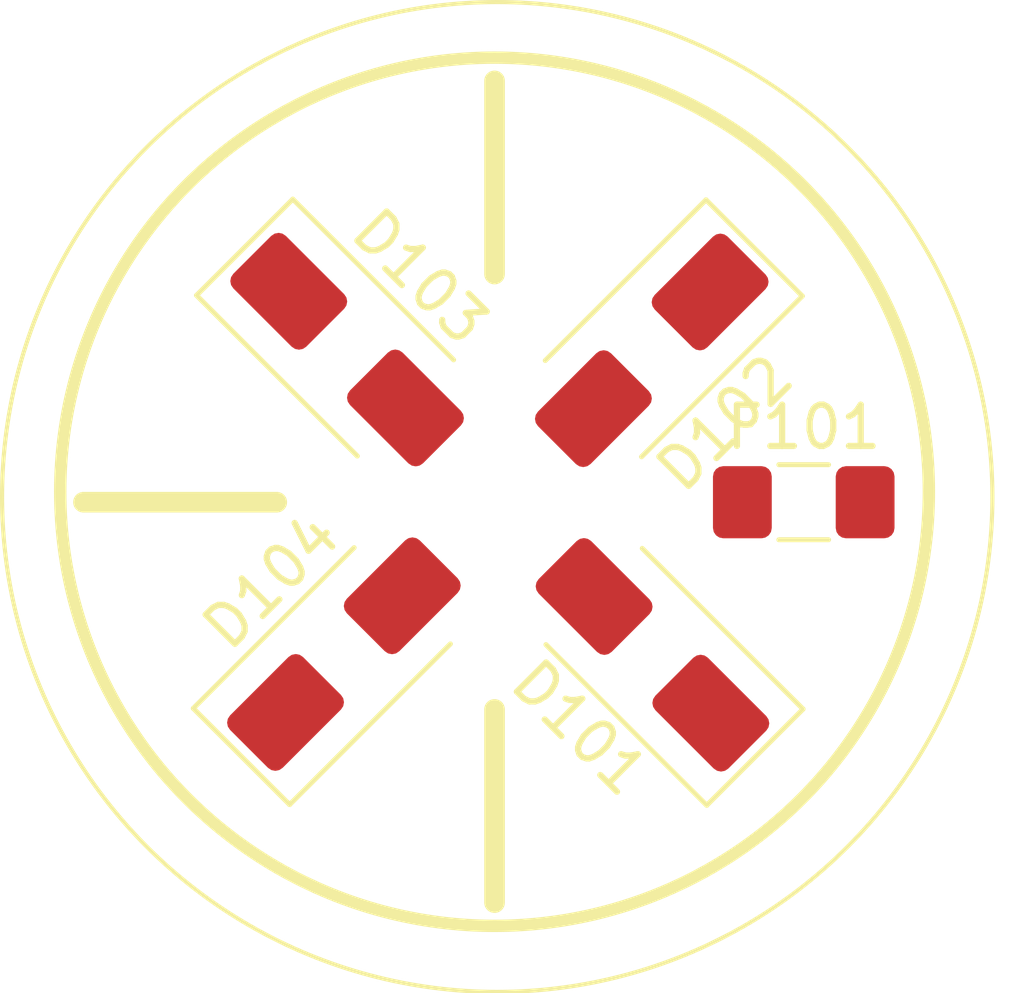
<source format=kicad_pcb>
(kicad_pcb (version 20240108) (generator "pcbnew") (generator_version "8.0")
  (layers (0 "F.Cu" signal) (31 "B.Cu" signal) (34 "B.Paste" user) (35 "F.Paste" user) (36 "B.SilkS" user "B.Silkscreen") (37 "F.SilkS" user "F.Silkscreen") (38 "B.Mask" user) (39 "F.Mask" user) (44 "Edge.Cuts" user))
  (net 0 "")
  (net 1 "/AC0")
  (net 2 "/GND")
  (net 3 "/+U_UNFUSED")
  (net 4 "/AC1")
  (net 5 "/U+")
  (footprint "Diode_SMD:D_SMA" (layer "F.Cu") (at 82.582 96.139 45)
    (property "Reference" "D104" (at 0 -2.5 45) (layer "F.SilkS"))
    (property "Value" "SS14")
    (fp_line (start -3.51 -1.65) (end -3.51 1.65) (stroke (width 0.12)) (layer "F.SilkS"))
    (fp_line (start -3.51 -1.65) (end 2 -1.65) (stroke (width 0.12)) (layer "F.SilkS"))
    (fp_line (start -3.51 1.65) (end 2 1.65) (stroke (width 0.12)) (layer "F.SilkS"))
    (pad "1" smd roundrect (at -2.000001 0 45) (size 2.5 1.8) (layers "F.Cu" "F.Paste" "F.Mask") (roundrect_rratio 0.1388888889) (net 3 "/+U_UNFUSED"))
    (pad "2" smd roundrect (at 2.000001 0 45) (size 2.5 1.8) (layers "F.Cu" "F.Paste" "F.Mask") (roundrect_rratio 0.1388888889) (net 4 "/AC1"))
  )
  (footprint "Diode_SMD:D_SMA" (layer "F.Cu") (at 90.043 88.773 -135)
    (property "Reference" "D102" (at 0 -2.5 45) (layer "F.SilkS"))
    (property "Value" "SS14")
    (fp_line (start -3.51 1.65) (end 2 1.65) (stroke (width 0.12)) (layer "F.SilkS"))
    (fp_line (start -3.51 -1.65) (end 2 -1.65) (stroke (width 0.12)) (layer "F.SilkS"))
    (fp_line (start -3.51 -1.65) (end -3.51 1.65) (stroke (width 0.12)) (layer "F.SilkS"))
    (pad "1" smd roundrect (at -2.000001 0 225) (size 2.5 1.8) (layers "F.Cu" "F.Paste" "F.Mask") (roundrect_rratio 0.1388888889) (net 3 "/+U_UNFUSED"))
    (pad "2" smd roundrect (at 2.000001 0 225) (size 2.5 1.8) (layers "F.Cu" "F.Paste" "F.Mask") (roundrect_rratio 0.1388888889) (net 1 "/AC0"))
  )
  (footprint "Diode_SMD:D_SMA" (layer "F.Cu") (at 82.659786 88.755786 -45)
    (property "Reference" "D103" (at 0 -2.5 135) (layer "F.SilkS"))
    (property "Value" "SS14")
    (fp_line (start -3.51 1.65) (end 2 1.65) (stroke (width 0.12)) (layer "F.SilkS"))
    (fp_line (start -3.51 -1.65) (end -3.51 1.65) (stroke (width 0.12)) (layer "F.SilkS"))
    (fp_line (start -3.51 -1.65) (end 2 -1.65) (stroke (width 0.12)) (layer "F.SilkS"))
    (pad "1" smd roundrect (at -2.000001 0 315) (size 2.5 1.8) (layers "F.Cu" "F.Paste" "F.Mask") (roundrect_rratio 0.1388888889) (net 4 "/AC1"))
    (pad "2" smd roundrect (at 2.000001 0 315) (size 2.5 1.8) (layers "F.Cu" "F.Paste" "F.Mask") (roundrect_rratio 0.1388888889) (net 2 "/GND"))
  )
  (footprint "Diode_SMD:D_SMA" (layer "F.Cu") (at 90.060214 96.156214 135)
    (property "Reference" "D101" (at 0 -2.5 135) (layer "F.SilkS"))
    (property "Value" "SS14")
    (fp_line (start -3.51 -1.65) (end 2 -1.65) (stroke (width 0.12)) (layer "F.SilkS"))
    (fp_line (start -3.51 -1.65) (end -3.51 1.65) (stroke (width 0.12)) (layer "F.SilkS"))
    (fp_line (start -3.51 1.65) (end 2 1.65) (stroke (width 0.12)) (layer "F.SilkS"))
    (pad "1" smd roundrect (at -2.000001 0 135) (size 2.5 1.8) (layers "F.Cu" "F.Paste" "F.Mask") (roundrect_rratio 0.1388888889) (net 1 "/AC0"))
    (pad "2" smd roundrect (at 2.000001 0 135) (size 2.5 1.8) (layers "F.Cu" "F.Paste" "F.Mask") (roundrect_rratio 0.1388888889) (net 2 "/GND"))
  )
  (footprint "Fuse:Fuse_1206_3216Metric_Pad1.42x1.75mm_HandSolder" (layer "F.Cu") (at 93.726 92.456)
    (property "Reference" "F101" (at 0 -1.82 0) (layer "F.SilkS"))
    (property "Value" "SRF1206P150")
    (fp_line (start -0.602064 -0.91) (end 0.602064 -0.91) (stroke (width 0.12)) (layer "F.SilkS"))
    (fp_line (start -0.602064 0.91) (end 0.602064 0.91) (stroke (width 0.12)) (layer "F.SilkS"))
    (pad "1" smd roundrect (at -1.4875 0) (size 1.425 1.75) (layers "F.Cu" "F.Paste" "F.Mask") (roundrect_rratio 0.175439) (net 3 "/+U_UNFUSED"))
    (pad "2" smd roundrect (at 1.4875 0) (size 1.425 1.75) (layers "F.Cu" "F.Paste" "F.Mask") (roundrect_rratio 0.175439) (net 5 "/U+"))
  )
  (gr_line (start 86.233 102.163843) (end 86.233 97.480156) (stroke (width 0.5)) (layer "F.SilkS"))
  (gr_circle (center 86.233 92.202) (end 93.218 100.076) (stroke (width 0.3)) (fill none) (layer "F.SilkS"))
  (gr_line (start 76.271156 92.456) (end 80.954843 92.456) (stroke (width 0.5)) (layer "F.SilkS"))
  (gr_line (start 86.233 86.923843) (end 86.233 82.240156) (stroke (width 0.5)) (layer "F.SilkS"))
  (gr_circle (center 86.298 92.329) (end 98.298 92.329) (stroke (width 0.1)) (fill none) (layer "F.SilkS"))
)
</source>
